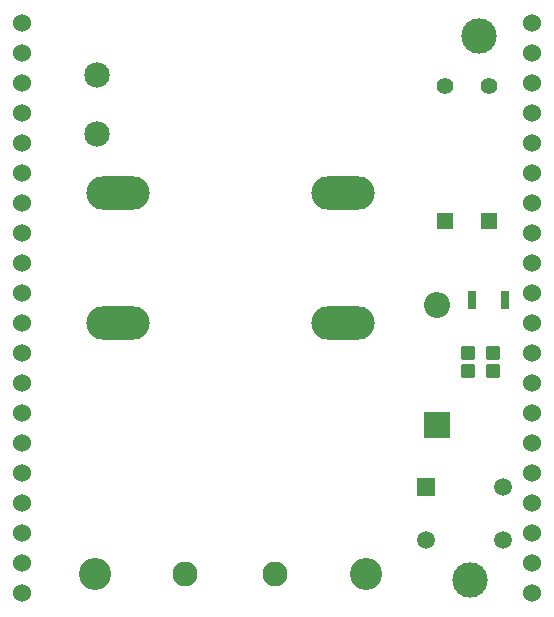
<source format=gbr>
%TF.GenerationSoftware,KiCad,Pcbnew,8.0.8*%
%TF.CreationDate,2025-02-03T20:55:48-05:00*%
%TF.ProjectId,AMS Latching Module V2.0,414d5320-4c61-4746-9368-696e67204d6f,rev?*%
%TF.SameCoordinates,Original*%
%TF.FileFunction,Soldermask,Top*%
%TF.FilePolarity,Negative*%
%FSLAX46Y46*%
G04 Gerber Fmt 4.6, Leading zero omitted, Abs format (unit mm)*
G04 Created by KiCad (PCBNEW 8.0.8) date 2025-02-03 20:55:48*
%MOMM*%
%LPD*%
G01*
G04 APERTURE LIST*
G04 Aperture macros list*
%AMRoundRect*
0 Rectangle with rounded corners*
0 $1 Rounding radius*
0 $2 $3 $4 $5 $6 $7 $8 $9 X,Y pos of 4 corners*
0 Add a 4 corners polygon primitive as box body*
4,1,4,$2,$3,$4,$5,$6,$7,$8,$9,$2,$3,0*
0 Add four circle primitives for the rounded corners*
1,1,$1+$1,$2,$3*
1,1,$1+$1,$4,$5*
1,1,$1+$1,$6,$7*
1,1,$1+$1,$8,$9*
0 Add four rect primitives between the rounded corners*
20,1,$1+$1,$2,$3,$4,$5,0*
20,1,$1+$1,$4,$5,$6,$7,0*
20,1,$1+$1,$6,$7,$8,$9,0*
20,1,$1+$1,$8,$9,$2,$3,0*%
G04 Aperture macros list end*
%ADD10RoundRect,0.102000X0.485000X-0.450000X0.485000X0.450000X-0.485000X0.450000X-0.485000X-0.450000X0*%
%ADD11C,3.000000*%
%ADD12C,1.524000*%
%ADD13R,1.498600X1.498600*%
%ADD14C,1.498600*%
%ADD15R,0.660400X1.549400*%
%ADD16O,5.350000X2.850000*%
%ADD17C,2.717800*%
%ADD18C,2.108200*%
%ADD19R,1.397000X1.397000*%
%ADD20C,1.397000*%
%ADD21C,2.154000*%
%ADD22R,2.200000X2.200000*%
%ADD23O,2.200000X2.200000*%
G04 APERTURE END LIST*
D10*
%TO.C,D1*%
X90620000Y-80270000D03*
X90620000Y-78750000D03*
%TD*%
%TO.C,D2*%
X88540000Y-80260000D03*
X88540000Y-78740000D03*
%TD*%
D11*
%TO.C,Safety Loop*%
X89500000Y-51900000D03*
%TD*%
D12*
%TO.C,J3*%
X50800000Y-99060000D03*
X50800000Y-96520000D03*
X50800000Y-93980000D03*
X50800000Y-91440000D03*
X50800000Y-88900000D03*
X50800000Y-86360000D03*
X50800000Y-83820000D03*
X50800000Y-81280000D03*
X50800000Y-78740000D03*
X50800000Y-76200000D03*
X50800000Y-73660000D03*
X50800000Y-71120000D03*
X50800000Y-68580000D03*
X50800000Y-66040000D03*
X50800000Y-63500000D03*
X50800000Y-60960000D03*
X50800000Y-58420000D03*
X50800000Y-55880000D03*
X50800000Y-53340000D03*
X50800000Y-50800000D03*
%TD*%
D13*
%TO.C,AMS RESET*%
X85019999Y-90070000D03*
D14*
X91520000Y-90070000D03*
X85019999Y-94570001D03*
X91520000Y-94570001D03*
%TD*%
D15*
%TO.C,D4*%
X88855200Y-74200000D03*
X91700000Y-74200000D03*
%TD*%
D16*
%TO.C,K1*%
X58920000Y-65159999D03*
X58920000Y-76160000D03*
D17*
X56970000Y-97460000D03*
D18*
X64620000Y-97460000D03*
X72220000Y-97460000D03*
D17*
X79870000Y-97460000D03*
D16*
X77919998Y-76160000D03*
X77919998Y-65159999D03*
%TD*%
D19*
%TO.C,R2*%
X90300000Y-67530000D03*
D20*
X90300000Y-56100000D03*
%TD*%
D21*
%TO.C,J4*%
X57130000Y-55150000D03*
X57130000Y-60150000D03*
%TD*%
D11*
%TO.C,TP1*%
X88720000Y-97970000D03*
%TD*%
D19*
%TO.C,R1*%
X86600000Y-67530000D03*
D20*
X86600000Y-56100000D03*
%TD*%
D12*
%TO.C,J2*%
X94000000Y-99060000D03*
X94000000Y-96520000D03*
X94000000Y-93980000D03*
X94000000Y-91440000D03*
X94000000Y-88900000D03*
X94000000Y-86360000D03*
X94000000Y-83820000D03*
X94000000Y-81280000D03*
X94000000Y-78740000D03*
X94000000Y-76200000D03*
X94000000Y-73660000D03*
X94000000Y-71120000D03*
X94000000Y-68580000D03*
X94000000Y-66040000D03*
X94000000Y-63500000D03*
X94000000Y-60960000D03*
X94000000Y-58420000D03*
X94000000Y-55880000D03*
X94000000Y-53340000D03*
X94000000Y-50800000D03*
%TD*%
D22*
%TO.C,D3*%
X85920000Y-84790000D03*
D23*
X85920000Y-74630000D03*
%TD*%
M02*

</source>
